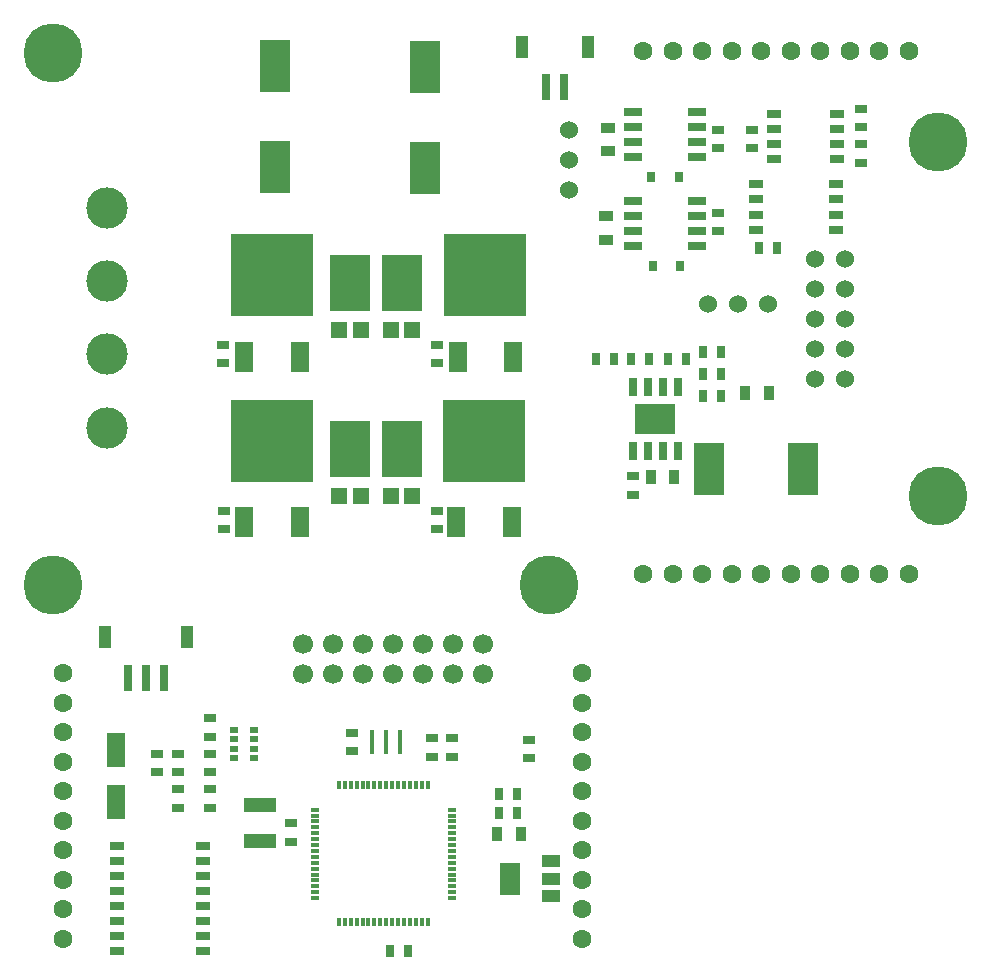
<source format=gts>
%FSLAX34Y34*%
%MOMM*%
G04 EasyPC Gerber Version 18.0.6 Build 3620 *
%ADD99R,0.30000X0.80000*%
%ADD102R,0.40000X2.00000*%
%ADD20R,0.65000X1.00000*%
%ADD96R,0.76000X1.60000*%
%ADD88R,0.80000X0.90000*%
%ADD90R,0.80000X2.20000*%
%ADD98R,0.90000X1.30000*%
%ADD91R,1.10000X1.90000*%
%ADD94R,1.39000X1.40000*%
%ADD84R,1.50000X2.50000*%
%ADD71R,1.60000X3.00000*%
%ADD24R,1.70000X2.76000*%
%ADD92R,2.50000X4.50000*%
%ADD95R,2.60000X4.50000*%
%ADD93R,3.36000X4.86000*%
%ADD85R,7.00000X7.00000*%
%ADD14C,1.52400*%
%ADD89C,1.60000*%
%ADD22C,1.70000*%
%ADD83C,3.50000*%
%ADD13C,5.00000*%
%ADD100R,0.80000X0.30000*%
%ADD104R,0.75000X0.50000*%
%ADD25R,1.00000X0.65000*%
%ADD103R,1.27000X0.76000*%
%ADD86R,1.30000X0.76000*%
%ADD26R,1.60000X0.76000*%
%ADD87R,1.20000X0.80000*%
%ADD21R,1.30000X0.90000*%
%ADD23R,1.50000X1.01000*%
%ADD101R,2.70000X1.20000*%
%ADD97R,3.51000X2.62000*%
X0Y0D02*
D02*
D13*
X25635Y338760D02*
D03*
Y788760D02*
D03*
X445635Y338760D02*
D03*
X774635Y413760D02*
D03*
Y713760D02*
D03*
D02*
D14*
X462635Y672760D02*
D03*
Y698160D02*
D03*
Y723560D02*
D03*
X579835Y576760D02*
D03*
X605235D02*
D03*
X630635D02*
D03*
X670735Y513160D02*
D03*
Y538560D02*
D03*
Y563960D02*
D03*
Y589360D02*
D03*
Y614760D02*
D03*
X696135Y513160D02*
D03*
Y538560D02*
D03*
Y563960D02*
D03*
Y589360D02*
D03*
Y614760D02*
D03*
D02*
D71*
X78635Y154760D02*
D03*
Y198760D02*
D03*
D02*
D20*
X310885Y28760D02*
D03*
X326385D02*
D03*
X402885Y145760D02*
D03*
Y161760D02*
D03*
X418385Y145760D02*
D03*
Y161760D02*
D03*
X484885Y529760D02*
D03*
X500385D02*
D03*
X514885D02*
D03*
X530385D02*
D03*
X545885D02*
D03*
X561385D02*
D03*
X575885Y498760D02*
D03*
Y516760D02*
D03*
Y535760D02*
D03*
X591385Y498760D02*
D03*
Y516760D02*
D03*
Y535760D02*
D03*
X622885Y623760D02*
D03*
X638385D02*
D03*
D02*
D21*
X493635Y630760D02*
D03*
Y650760D02*
D03*
X495635Y705760D02*
D03*
Y725760D02*
D03*
D02*
D22*
X237435Y263060D02*
D03*
Y288460D02*
D03*
X262835Y263060D02*
D03*
Y288460D02*
D03*
X288235Y263060D02*
D03*
Y288460D02*
D03*
X313635Y263060D02*
D03*
Y288460D02*
D03*
X339035Y263060D02*
D03*
Y288460D02*
D03*
X364435Y263060D02*
D03*
Y288460D02*
D03*
X389835Y263060D02*
D03*
Y288460D02*
D03*
D02*
D23*
X446835Y74760D02*
D03*
Y89760D02*
D03*
Y104760D02*
D03*
D02*
D24*
X412435Y89760D02*
D03*
D02*
D25*
X113635Y180010D02*
D03*
Y195510D02*
D03*
X131635Y150010D02*
D03*
Y165510D02*
D03*
Y180010D02*
D03*
Y195510D02*
D03*
X158635Y150010D02*
D03*
Y165510D02*
D03*
Y180010D02*
D03*
Y195510D02*
D03*
Y210010D02*
D03*
Y225510D02*
D03*
X169635Y526010D02*
D03*
Y541510D02*
D03*
X170635Y386010D02*
D03*
Y401510D02*
D03*
X226635Y121010D02*
D03*
Y136510D02*
D03*
X278635Y198010D02*
D03*
Y213510D02*
D03*
X346635Y193010D02*
D03*
Y208510D02*
D03*
X350635Y386010D02*
D03*
Y401510D02*
D03*
Y526010D02*
D03*
Y541510D02*
D03*
X363635Y193010D02*
D03*
Y208510D02*
D03*
X428635Y192010D02*
D03*
Y207510D02*
D03*
X516635Y415010D02*
D03*
Y430510D02*
D03*
X588635Y638010D02*
D03*
Y653510D02*
D03*
Y708010D02*
D03*
Y723510D02*
D03*
X617635Y708010D02*
D03*
Y723510D02*
D03*
X709635Y696010D02*
D03*
Y711510D02*
D03*
Y726010D02*
D03*
Y741510D02*
D03*
D02*
D26*
X516651Y625710D02*
D03*
Y638410D02*
D03*
Y651110D02*
D03*
Y663810D02*
D03*
Y700710D02*
D03*
Y713410D02*
D03*
Y726110D02*
D03*
Y738810D02*
D03*
X570609Y625710D02*
D03*
Y638410D02*
D03*
Y651110D02*
D03*
Y663810D02*
D03*
Y700710D02*
D03*
Y713410D02*
D03*
Y726110D02*
D03*
Y738810D02*
D03*
D02*
D83*
X71635Y471760D02*
D03*
Y533760D02*
D03*
Y595760D02*
D03*
Y657760D02*
D03*
D02*
D84*
X187017Y391798D02*
D03*
Y531798D02*
D03*
X234289Y391640D02*
D03*
Y531640D02*
D03*
X367017Y391798D02*
D03*
X368017Y531798D02*
D03*
X414289Y391640D02*
D03*
X415289Y531640D02*
D03*
D02*
D85*
X210635Y460750D02*
D03*
Y600750D02*
D03*
X390635Y460750D02*
D03*
X391635Y600750D02*
D03*
D02*
D86*
X636235Y698760D02*
D03*
Y711460D02*
D03*
Y724160D02*
D03*
Y736860D02*
D03*
X689635Y698760D02*
D03*
Y711460D02*
D03*
Y724160D02*
D03*
Y736860D02*
D03*
D02*
D87*
X620735Y639410D02*
D03*
Y652110D02*
D03*
Y665410D02*
D03*
Y678110D02*
D03*
X688535Y639410D02*
D03*
Y652110D02*
D03*
Y665410D02*
D03*
Y678110D02*
D03*
D02*
D88*
X532135Y683760D02*
D03*
X533135Y608760D02*
D03*
X555135Y683760D02*
D03*
X556135Y608760D02*
D03*
D02*
D89*
X33635Y38760D02*
D03*
Y63760D02*
D03*
Y88760D02*
D03*
Y113760D02*
D03*
Y138760D02*
D03*
Y163760D02*
D03*
Y188760D02*
D03*
Y213760D02*
D03*
Y238760D02*
D03*
Y263760D02*
D03*
X473635Y38760D02*
D03*
Y63760D02*
D03*
Y88760D02*
D03*
Y113760D02*
D03*
Y138760D02*
D03*
Y163760D02*
D03*
Y188760D02*
D03*
Y213760D02*
D03*
Y238760D02*
D03*
Y263760D02*
D03*
X525135Y347760D02*
D03*
Y790260D02*
D03*
X550135Y347760D02*
D03*
Y790260D02*
D03*
X575135Y347760D02*
D03*
Y790260D02*
D03*
X600135Y347760D02*
D03*
Y790260D02*
D03*
X625135Y347760D02*
D03*
Y790260D02*
D03*
X650135Y347760D02*
D03*
Y790260D02*
D03*
X675135Y347760D02*
D03*
Y790260D02*
D03*
X700135Y347760D02*
D03*
Y790260D02*
D03*
X725135Y347760D02*
D03*
Y790260D02*
D03*
X750135Y347760D02*
D03*
Y790260D02*
D03*
D02*
D90*
X89135Y259760D02*
D03*
X104135D02*
D03*
X119135D02*
D03*
X443135Y759760D02*
D03*
X458135D02*
D03*
D02*
D91*
X69635Y294260D02*
D03*
X138635D02*
D03*
X422635Y794260D02*
D03*
X478635D02*
D03*
D02*
D92*
X213635Y692760D02*
D03*
Y777760D02*
D03*
X340635Y691760D02*
D03*
Y776760D02*
D03*
D02*
D93*
X276635Y453760D02*
D03*
Y593760D02*
D03*
X320635Y453760D02*
D03*
Y593760D02*
D03*
D02*
D94*
X267385Y414010D02*
D03*
Y554010D02*
D03*
X285885Y414010D02*
D03*
Y554010D02*
D03*
X311385Y414010D02*
D03*
Y554010D02*
D03*
X329885Y414010D02*
D03*
Y554010D02*
D03*
D02*
D95*
X580635Y436760D02*
D03*
X660635D02*
D03*
D02*
D96*
X516585Y451786D02*
D03*
Y505744D02*
D03*
X529285Y451786D02*
D03*
Y505744D02*
D03*
X541985Y451786D02*
D03*
Y505744D02*
D03*
X554685Y451786D02*
D03*
Y505744D02*
D03*
D02*
D97*
X535635Y478760D02*
D03*
D02*
D98*
X401635Y127760D02*
D03*
X421635D02*
D03*
X531635Y429760D02*
D03*
X551635D02*
D03*
X611635Y500760D02*
D03*
X631635D02*
D03*
D02*
D99*
X267635Y52760D02*
D03*
Y168760D02*
D03*
X272635Y52760D02*
D03*
Y168760D02*
D03*
X277635Y52760D02*
D03*
Y168760D02*
D03*
X282635Y52760D02*
D03*
Y168760D02*
D03*
X287635Y52760D02*
D03*
Y168760D02*
D03*
X292635Y52760D02*
D03*
Y168760D02*
D03*
X297635Y52760D02*
D03*
Y168760D02*
D03*
X302635Y52760D02*
D03*
Y168760D02*
D03*
X307635Y52760D02*
D03*
Y168760D02*
D03*
X312635Y52760D02*
D03*
Y168760D02*
D03*
X317635Y52760D02*
D03*
Y168760D02*
D03*
X322635Y52760D02*
D03*
Y168760D02*
D03*
X327635Y52760D02*
D03*
Y168760D02*
D03*
X332635Y52760D02*
D03*
Y168760D02*
D03*
X337635Y52760D02*
D03*
Y168760D02*
D03*
X342635Y52760D02*
D03*
Y168760D02*
D03*
D02*
D100*
X247135Y73260D02*
D03*
Y78260D02*
D03*
Y83260D02*
D03*
Y88260D02*
D03*
Y93260D02*
D03*
Y98260D02*
D03*
Y103260D02*
D03*
Y108260D02*
D03*
Y113260D02*
D03*
Y118260D02*
D03*
Y123260D02*
D03*
Y128260D02*
D03*
Y133260D02*
D03*
Y138260D02*
D03*
Y143260D02*
D03*
Y148260D02*
D03*
X363135Y73260D02*
D03*
Y78260D02*
D03*
Y83260D02*
D03*
Y88260D02*
D03*
Y93260D02*
D03*
Y98260D02*
D03*
Y103260D02*
D03*
Y108260D02*
D03*
Y113260D02*
D03*
Y118260D02*
D03*
Y123260D02*
D03*
Y128260D02*
D03*
Y133260D02*
D03*
Y138260D02*
D03*
Y143260D02*
D03*
Y148260D02*
D03*
D02*
D101*
X200635Y121760D02*
D03*
Y151760D02*
D03*
D02*
D102*
X295635Y205760D02*
D03*
X307635D02*
D03*
X319635D02*
D03*
D02*
D103*
X79635Y28560D02*
D03*
Y41260D02*
D03*
Y53960D02*
D03*
Y66660D02*
D03*
Y79360D02*
D03*
Y92060D02*
D03*
Y104760D02*
D03*
Y117460D02*
D03*
X152635Y28560D02*
D03*
Y41260D02*
D03*
Y53960D02*
D03*
Y66660D02*
D03*
Y79360D02*
D03*
Y92060D02*
D03*
Y104760D02*
D03*
Y117460D02*
D03*
D02*
D104*
X178585Y191760D02*
D03*
Y199760D02*
D03*
Y207760D02*
D03*
Y215760D02*
D03*
X196085Y191760D02*
D03*
Y199760D02*
D03*
Y207760D02*
D03*
Y215760D02*
D03*
X0Y0D02*
M02*

</source>
